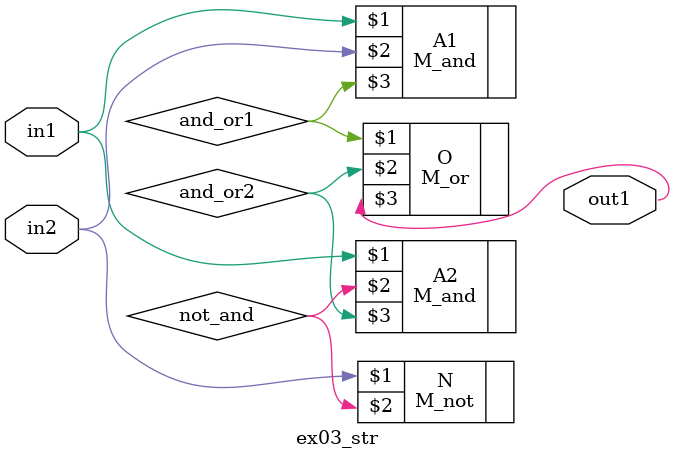
<source format=v>
module ex03_str(in1, in2, out1);
    input in1, in2;
    output out1;
    wire in1, in2;
    wire and_or1, and_or2, not_and;
    wire out1;

    M_and A1(in1, in2, and_or1);
    M_not N(in2,not_and);
    M_and A2(in1, not_and, and_or2);

    M_or O(and_or1, and_or2, out1);

endmodule
</source>
